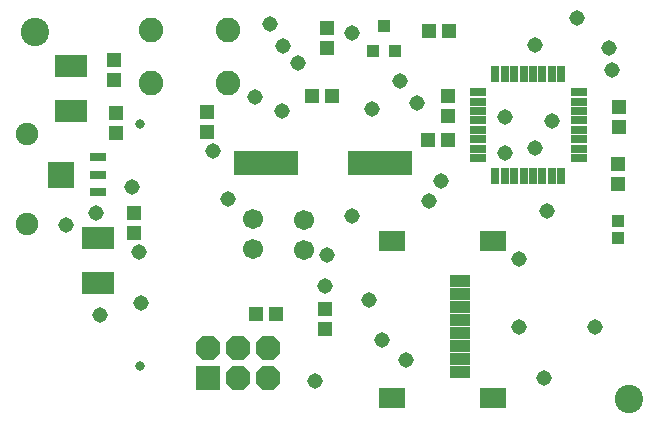
<source format=gts>
G75*
%MOIN*%
%OFA0B0*%
%FSLAX25Y25*%
%IPPOS*%
%LPD*%
%AMOC8*
5,1,8,0,0,1.08239X$1,22.5*
%
%ADD10C,0.09461*%
%ADD11R,0.04737X0.05131*%
%ADD12C,0.03162*%
%ADD13R,0.03950X0.04343*%
%ADD14R,0.05131X0.04737*%
%ADD15R,0.05800X0.03000*%
%ADD16R,0.03000X0.05800*%
%ADD17R,0.08200X0.08200*%
%ADD18OC8,0.08200*%
%ADD19C,0.08200*%
%ADD20C,0.06700*%
%ADD21C,0.06600*%
%ADD22R,0.05524X0.03083*%
%ADD23R,0.08674X0.08674*%
%ADD24R,0.10643X0.07493*%
%ADD25C,0.07531*%
%ADD26R,0.21800X0.08400*%
%ADD27R,0.08674X0.06509*%
%ADD28R,0.06706X0.03950*%
%ADD29R,0.03950X0.03950*%
%ADD30C,0.05162*%
D10*
X0031697Y0146957D03*
X0229799Y0024559D03*
D11*
X0128437Y0047654D03*
X0128437Y0054346D03*
X0064744Y0079697D03*
X0064744Y0086390D03*
X0058740Y0113110D03*
X0058740Y0119803D03*
X0057996Y0130858D03*
X0057996Y0137551D03*
X0089201Y0120209D03*
X0089201Y0113516D03*
X0129248Y0141461D03*
X0129248Y0148154D03*
X0169437Y0125496D03*
X0169437Y0118803D03*
X0226303Y0121913D03*
X0226303Y0115220D03*
X0226000Y0102846D03*
X0226000Y0096154D03*
D12*
X0066732Y0035461D03*
X0066732Y0115972D03*
D13*
X0144335Y0140398D03*
X0151815Y0140398D03*
X0148075Y0148665D03*
D14*
X0163087Y0147000D03*
X0169780Y0147000D03*
X0130827Y0125366D03*
X0124134Y0125366D03*
X0162630Y0110866D03*
X0169323Y0110866D03*
X0111972Y0052894D03*
X0105280Y0052894D03*
D15*
X0179285Y0104728D03*
X0179285Y0107878D03*
X0179285Y0111028D03*
X0179285Y0114177D03*
X0179285Y0117327D03*
X0179285Y0120476D03*
X0179285Y0123626D03*
X0179285Y0126776D03*
X0213085Y0126776D03*
X0213085Y0123626D03*
X0213085Y0120476D03*
X0213085Y0117327D03*
X0213085Y0114177D03*
X0213085Y0111028D03*
X0213085Y0107878D03*
X0213085Y0104728D03*
D16*
X0207209Y0098852D03*
X0204059Y0098852D03*
X0200909Y0098852D03*
X0197760Y0098852D03*
X0194610Y0098852D03*
X0191461Y0098852D03*
X0188311Y0098852D03*
X0185161Y0098852D03*
X0185161Y0132652D03*
X0188311Y0132652D03*
X0191461Y0132652D03*
X0194610Y0132652D03*
X0197760Y0132652D03*
X0200909Y0132652D03*
X0204059Y0132652D03*
X0207209Y0132652D03*
D17*
X0089374Y0031500D03*
D18*
X0099374Y0031500D03*
X0109374Y0031500D03*
X0109374Y0041500D03*
X0099374Y0041500D03*
X0089374Y0041500D03*
D19*
X0095938Y0129710D03*
X0070338Y0129710D03*
X0070338Y0147510D03*
X0095938Y0147510D03*
D20*
X0104500Y0084500D03*
X0104500Y0074500D03*
X0121303Y0074240D03*
X0121303Y0084240D03*
D21*
X0121303Y0084240D03*
X0121303Y0074240D03*
X0104500Y0074500D03*
X0104500Y0084500D03*
D22*
X0052760Y0093335D03*
X0052760Y0099240D03*
X0052760Y0105146D03*
D23*
X0040555Y0099240D03*
D24*
X0043886Y0120394D03*
X0043886Y0135354D03*
X0052748Y0078224D03*
X0052748Y0063264D03*
D25*
X0029102Y0082728D03*
X0029102Y0112728D03*
D26*
X0108673Y0103114D03*
X0146673Y0103114D03*
D27*
X0150862Y0077146D03*
X0184366Y0077146D03*
X0184366Y0024941D03*
X0150862Y0024941D03*
D28*
X0173303Y0033327D03*
X0173303Y0037657D03*
X0173303Y0041988D03*
X0173303Y0046319D03*
X0173303Y0050650D03*
X0173303Y0054980D03*
X0173303Y0059311D03*
X0173303Y0063642D03*
D29*
X0226000Y0078047D03*
X0226000Y0083953D03*
D30*
X0202500Y0087000D03*
X0193000Y0071000D03*
X0163000Y0090500D03*
X0167000Y0097000D03*
X0188500Y0106500D03*
X0198500Y0108000D03*
X0204000Y0117000D03*
X0188500Y0118500D03*
X0159000Y0123000D03*
X0153500Y0130500D03*
X0144000Y0121000D03*
X0119500Y0136500D03*
X0114500Y0142000D03*
X0110000Y0149500D03*
X0137500Y0146500D03*
X0105000Y0125000D03*
X0114000Y0120500D03*
X0091000Y0107000D03*
X0096000Y0091000D03*
X0064000Y0095000D03*
X0052000Y0086500D03*
X0042000Y0082500D03*
X0066500Y0073500D03*
X0067000Y0056500D03*
X0053500Y0052500D03*
X0125000Y0030500D03*
X0147500Y0044000D03*
X0155500Y0037500D03*
X0143000Y0057500D03*
X0128500Y0062000D03*
X0129000Y0072500D03*
X0137500Y0085500D03*
X0193000Y0048500D03*
X0218500Y0048500D03*
X0201500Y0031500D03*
X0224000Y0134000D03*
X0223000Y0141500D03*
X0212500Y0151500D03*
X0198500Y0142500D03*
M02*

</source>
